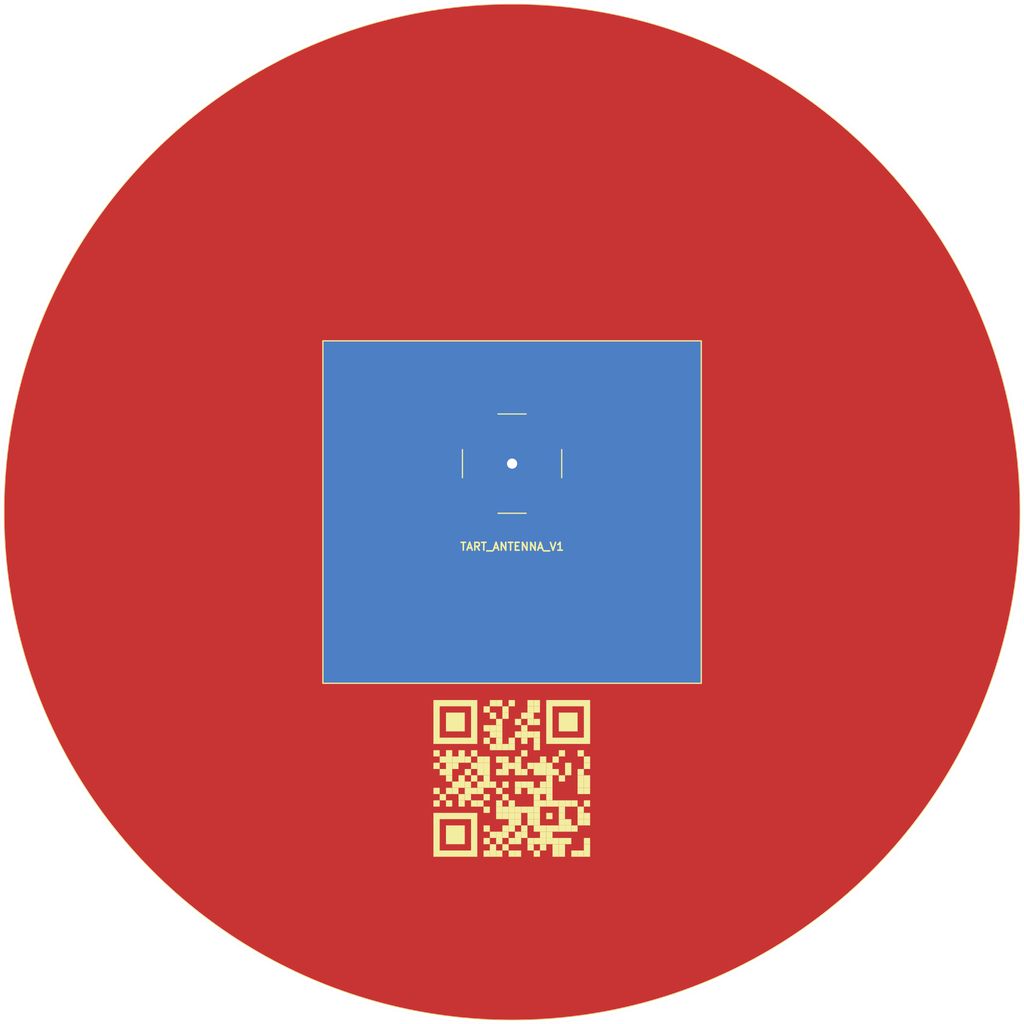
<source format=kicad_pcb>
(kicad_pcb (version 20240108) (generator "pcbnew") (generator_version "8.0")
  (title_block (title "TART_Passive_Patch_Antenna_V1") (date "2024-08-02") (company "Rikus Human"))
  (layers (0 "F.Cu" signal) (31 "B.Cu" signal) (34 "B.Paste" user) (35 "F.Paste" user) (36 "B.SilkS" user "B.Silkscreen") (37 "F.SilkS" user "F.Silkscreen") (38 "B.Mask" user) (39 "F.Mask" user) (44 "Edge.Cuts" user))
  (net 0 "")
  (net 1 "GND")
  (net 2 "/patch_element")
  (footprint "1_my_custom_lib:HJ Tech HJ-9ABL2-026" (layer "F.Cu") (at 100 93.8)
    (property "Reference" "J1" (hide yes))
    (property "Value" "Conn_Coaxial_Small")
    (fp_line (start -6.35 -1.8) (end -6.35 1.8) (stroke (width 0.16)) (layer "F.SilkS"))
    (fp_line (start -1.8 -6.35) (end 1.8 -6.35) (stroke (width 0.16)) (layer "F.SilkS"))
    (fp_line (start -1.8 6.35) (end 1.8 6.35) (stroke (width 0.16)) (layer "F.SilkS"))
    (fp_line (start 6.35 -1.8) (end 6.35 1.8) (stroke (width 0.16)) (layer "F.SilkS"))
    (pad "1" thru_hole circle (at 0 0) (size 2 2) (drill 1.3) (layers "*.Cu" "*.Mask") (net 2 "/patch_element"))
    (pad "2" smd circle (at -4.4 -4.4) (size 2.6 2.6) (layers "F.Cu" "F.Paste" "F.Mask") (net 1 "GND") (thermal_bridge_width 0.19))
    (pad "2" smd circle (at -4.4 4.4) (size 2.6 2.6) (layers "F.Cu" "F.Paste" "F.Mask") (net 1 "GND") (thermal_bridge_width 0.19))
    (pad "2" smd circle (at 4.4 -4.4) (size 2.6 2.6) (layers "F.Cu" "F.Paste" "F.Mask") (net 1 "GND") (thermal_bridge_width 0.19))
    (pad "2" smd circle (at 4.4 4.4) (size 2.6 2.6) (layers "F.Cu" "F.Paste" "F.Mask") (net 1 "GND") (thermal_bridge_width 0.19))
    (zone (net 0) (net_name "") (layer "F.Cu") (connect_pads (clearance 0)) (min_thickness 0.25)
      (keepout (tracks allowed) (vias allowed) (pads allowed) (copperpour not_allowed) (footprints allowed))
      (fill (thermal_gap 0.5) (thermal_bridge_width 0.5))
      (polygon (pts (xy 101.910497 93.8) (xy 101.891051 93.528108) (xy 101.833108 93.261751) (xy 101.737849 93.006351) (xy 101.607212 92.767107) (xy 101.443857 92.548891) (xy 101.251109 92.356143) (xy 101.032893 92.192788) (xy 100.793649 92.062151) (xy 100.538249 91.966892) (xy 100.271892 91.908949) (xy 100 91.889503) (xy 99.728108 91.908949) (xy 99.461751 91.966892) (xy 99.206351 92.062151) (xy 98.967107 92.192788) (xy 98.748891 92.356143) (xy 98.556143 92.548891) (xy 98.392788 92.767107) (xy 98.262151 93.006351) (xy 98.166892 93.261751) (xy 98.108949 93.528108) (xy 98.089503 93.8) (xy 98.108949 94.071892) (xy 98.166892 94.338249) (xy 98.262151 94.593649) (xy 98.392788 94.832893) (xy 98.556143 95.051109) (xy 98.748891 95.243857) (xy 98.967107 95.407212) (xy 99.206351 95.537849) (xy 99.461751 95.633108) (xy 99.728108 95.691051) (xy 100 95.710497) (xy 100.271892 95.691051) (xy 100.538249 95.633108) (xy 100.793649 95.537849) (xy 101.032893 95.407212) (xy 101.251109 95.243857) (xy 101.443857 95.051109) (xy 101.607212 94.832893) (xy 101.737849 94.593649) (xy 101.833108 94.338249) (xy 101.891051 94.071892)))
    )
  )
  (gr_poly (pts (xy 100.361213 124.845858) (xy 99.559444 124.845858) (xy 99.559444 124.044091) (xy 100.361213 124.044091)) (stroke (width -0.000001)) (fill solid) (layer "F.SilkS"))
  (gr_poly (pts (xy 93.947071 132.061767) (xy 93.145303 132.061767) (xy 93.145303 131.26) (xy 93.947071 131.26)) (stroke (width -0.000001)) (fill solid) (layer "F.SilkS"))
  (gr_poly (pts (xy 109.982424 132.863534) (xy 109.180655 132.863534) (xy 109.180655 132.061767) (xy 109.982424 132.061767)) (stroke (width -0.000001)) (fill solid) (layer "F.SilkS"))
  (gr_poly (pts (xy 105.171818 136.872373) (xy 104.370051 136.872373) (xy 104.370051 136.070605) (xy 105.171818 136.070605)) (stroke (width -0.000001)) (fill solid) (layer "F.SilkS"))
  (gr_circle (center 100 100) (end 165 100) (stroke (width 0.1)) (fill none) (layer "F.SilkS"))
  (gr_poly (pts (xy 101.964747 128.052929) (xy 101.16298 128.052929) (xy 101.16298 127.251161) (xy 101.964747 127.251161)) (stroke (width -0.000001)) (fill solid) (layer "F.SilkS"))
  (gr_poly (pts (xy 107.577121 140.079444) (xy 106.775353 140.079444) (xy 106.775353 139.277676) (xy 107.577121 139.277676)) (stroke (width -0.000001)) (fill solid) (layer "F.SilkS"))
  (gr_poly (pts (xy 109.180655 133.665302) (xy 108.378888 133.665302) (xy 108.378888 132.863534) (xy 109.180655 132.863534)) (stroke (width -0.000001)) (fill solid) (layer "F.SilkS"))
  (gr_poly (pts (xy 99.559444 141.682979) (xy 98.757676 141.682979) (xy 98.757676 140.881211) (xy 99.559444 140.881211)) (stroke (width -0.000001)) (fill solid) (layer "F.SilkS"))
  (gr_poly (pts (xy 108.378888 140.881211) (xy 107.577121 140.881211) (xy 107.577121 140.079444) (xy 108.378888 140.079444)) (stroke (width -0.000001)) (fill solid) (layer "F.SilkS"))
  (gr_poly (pts (xy 105.973586 133.665302) (xy 105.171818 133.665302) (xy 105.171818 132.863534) (xy 105.973586 132.863534)) (stroke (width -0.000001)) (fill solid) (layer "F.SilkS"))
  (gr_poly (pts (xy 100.361213 142.484746) (xy 99.559444 142.484746) (xy 99.559444 141.682979) (xy 100.361213 141.682979)) (stroke (width -0.000001)) (fill solid) (layer "F.SilkS"))
  (gr_poly (pts (xy 98.757676 129.656464) (xy 97.955909 129.656464) (xy 97.955909 128.854697) (xy 98.757676 128.854697)) (stroke (width -0.000001)) (fill solid) (layer "F.SilkS"))
  (gr_poly (pts (xy 104.370051 141.682979) (xy 103.568282 141.682979) (xy 103.568282 140.881211) (xy 104.370051 140.881211)) (stroke (width -0.000001)) (fill solid) (layer "F.SilkS"))
  (gr_poly (pts (xy 101.964747 141.682979) (xy 101.16298 141.682979) (xy 101.16298 140.881211) (xy 101.964747 140.881211)) (stroke (width -0.000001)) (fill solid) (layer "F.SilkS"))
  (gr_poly (pts (xy 93.145303 132.061767) (xy 92.343535 132.061767) (xy 92.343535 131.26) (xy 93.145303 131.26)) (stroke (width -0.000001)) (fill solid) (layer "F.SilkS"))
  (gr_poly (pts (xy 104.370051 143.286513) (xy 103.568282 143.286513) (xy 103.568282 142.484746) (xy 104.370051 142.484746)) (stroke (width -0.000001)) (fill solid) (layer "F.SilkS"))
  (gr_poly (pts (xy 106.775353 142.484746) (xy 105.973586 142.484746) (xy 105.973586 141.682979) (xy 106.775353 141.682979)) (stroke (width -0.000001)) (fill solid) (layer "F.SilkS"))
  (gr_poly (pts (xy 103.568282 137.67414) (xy 102.766515 137.67414) (xy 102.766515 136.872373) (xy 103.568282 136.872373)) (stroke (width -0.000001)) (fill solid) (layer "F.SilkS"))
  (gr_poly (pts (xy 95.550606 137.67414) (xy 94.748839 137.67414) (xy 94.748839 136.872373) (xy 95.550606 136.872373)) (stroke (width -0.000001)) (fill solid) (layer "F.SilkS"))
  (gr_poly (pts (xy 109.982424 137.67414) (xy 109.180655 137.67414) (xy 109.180655 136.872373) (xy 109.982424 136.872373)) (stroke (width -0.000001)) (fill solid) (layer "F.SilkS"))
  (gr_poly (pts (xy 101.16298 135.268838) (xy 100.361213 135.268838) (xy 100.361213 134.467071) (xy 101.16298 134.467071)) (stroke (width -0.000001)) (fill solid) (layer "F.SilkS"))
  (gr_poly (pts (xy 105.973586 132.061767) (xy 105.171818 132.061767) (xy 105.171818 131.26) (xy 105.973586 131.26)) (stroke (width -0.000001)) (fill solid) (layer "F.SilkS"))
  (gr_poly (pts (xy 102.766515 126.449393) (xy 101.964747 126.449393) (xy 101.964747 125.647626) (xy 102.766515 125.647626)) (stroke (width -0.000001)) (fill solid) (layer "F.SilkS"))
  (gr_poly (pts (xy 102.766515 127.251161) (xy 101.964747 127.251161) (xy 101.964747 126.449393) (xy 102.766515 126.449393)) (stroke (width -0.000001)) (fill solid) (layer "F.SilkS"))
  (gr_poly (pts (xy 109.180655 144.088282) (xy 108.378888 144.088282) (xy 108.378888 143.286513) (xy 109.180655 143.286513)) (stroke (width -0.000001)) (fill solid) (layer "F.SilkS"))
  (gr_poly (pts (xy 93.947071 128.052929) (xy 91.541768 128.052929) (xy 91.541768 125.647626) (xy 93.947071 125.647626)) (stroke (width -0.000001)) (fill solid) (layer "F.SilkS"))
  (gr_poly (pts (xy 107.577121 140.881211) (xy 106.775353 140.881211) (xy 106.775353 140.079444) (xy 107.577121 140.079444)) (stroke (width -0.000001)) (fill solid) (layer "F.SilkS"))
  (gr_poly (pts (xy 97.154142 128.052929) (xy 96.352374 128.052929) (xy 96.352374 127.251161) (xy 97.154142 127.251161)) (stroke (width -0.000001)) (fill solid) (layer "F.SilkS"))
  (gr_poly (pts (xy 108.378888 144.088282) (xy 107.577121 144.088282) (xy 107.577121 143.286513) (xy 108.378888 143.286513)) (stroke (width -0.000001)) (fill solid) (layer "F.SilkS"))
  (gr_poly (pts (xy 98.757676 138.475909) (xy 97.955909 138.475909) (xy 97.955909 137.67414) (xy 98.757676 137.67414)) (stroke (width -0.000001)) (fill solid) (layer "F.SilkS"))
  (gr_poly (pts (xy 97.154142 138.475909) (xy 96.352374 138.475909) (xy 96.352374 137.67414) (xy 97.154142 137.67414)) (stroke (width -0.000001)) (fill solid) (layer "F.SilkS"))
  (gr_poly (pts (xy 99.559444 140.881211) (xy 98.757676 140.881211) (xy 98.757676 140.079444) (xy 99.559444 140.079444)) (stroke (width -0.000001)) (fill solid) (layer "F.SilkS"))
  (gr_poly (pts (xy 101.964747 128.854697) (xy 101.16298 128.854697) (xy 101.16298 128.052929) (xy 101.964747 128.052929)) (stroke (width -0.000001)) (fill solid) (layer "F.SilkS"))
  (gr_poly (pts (xy 109.180655 131.26) (xy 108.378888 131.26) (xy 108.378888 130.458232) (xy 109.180655 130.458232)) (stroke (width -0.000001)) (fill solid) (layer "F.SilkS"))
  (gr_poly (pts (xy 97.154142 136.872373) (xy 96.352374 136.872373) (xy 96.352374 136.070605) (xy 97.154142 136.070605)) (stroke (width -0.000001)) (fill solid) (layer "F.SilkS"))
  (gr_poly (pts (xy 100.361213 137.67414) (xy 99.559444 137.67414) (xy 99.559444 136.872373) (xy 100.361213 136.872373)) (stroke (width -0.000001)) (fill solid) (layer "F.SilkS"))
  (gr_poly (pts (xy 105.171818 140.881211) (xy 104.370051 140.881211) (xy 104.370051 140.079444) (xy 105.171818 140.079444)) (stroke (width -0.000001)) (fill solid) (layer "F.SilkS"))
  (gr_poly (pts (xy 106.775353 140.079444) (xy 105.973586 140.079444) (xy 105.973586 139.277676) (xy 106.775353 139.277676)) (stroke (width -0.000001)) (fill solid) (layer "F.SilkS"))
  (gr_poly (pts (xy 93.947071 136.872373) (xy 93.145303 136.872373) (xy 93.145303 136.070605) (xy 93.947071 136.070605)) (stroke (width -0.000001)) (fill solid) (layer "F.SilkS"))
  (gr_poly (pts (xy 104.370051 135.268838) (xy 103.568282 135.268838) (xy 103.568282 134.467071) (xy 104.370051 134.467071)) (stroke (width -0.000001)) (fill solid) (layer "F.SilkS"))
  (gr_poly (pts (xy 109.982424 136.070605) (xy 109.180655 136.070605) (xy 109.180655 135.268838) (xy 109.982424 135.268838)) (stroke (width -0.000001)) (fill solid) (layer "F.SilkS"))
  (gr_poly (pts (xy 99.559444 143.286513) (xy 98.757676 143.286513) (xy 98.757676 142.484746) (xy 99.559444 142.484746)) (stroke (width -0.000001)) (fill solid) (layer "F.SilkS"))
  (gr_poly (pts (xy 102.766515 128.854697) (xy 101.964747 128.854697) (xy 101.964747 128.052929) (xy 102.766515 128.052929)) (stroke (width -0.000001)) (fill solid) (layer "F.SilkS"))
  (gr_poly (pts (xy 97.955909 141.682979) (xy 97.154142 141.682979) (xy 97.154142 140.881211) (xy 97.955909 140.881211)) (stroke (width -0.000001)) (fill solid) (layer "F.SilkS"))
  (gr_poly (pts (xy 106.775353 139.277676) (xy 105.973586 139.277676) (xy 105.973586 138.475909) (xy 106.775353 138.475909)) (stroke (width -0.000001)) (fill solid) (layer "F.SilkS"))
  (gr_poly (pts (xy 101.16298 127.251161) (xy 100.361213 127.251161) (xy 100.361213 126.449393) (xy 101.16298 126.449393)) (stroke (width -0.000001)) (fill solid) (layer "F.SilkS"))
  (gr_poly (pts (xy 97.154142 132.863534) (xy 96.352374 132.863534) (xy 96.352374 132.061767) (xy 97.154142 132.061767)) (stroke (width -0.000001)) (fill solid) (layer "F.SilkS"))
  (gr_poly (pts (xy 103.568282 129.656464) (xy 102.766515 129.656464) (xy 102.766515 128.854697) (xy 103.568282 128.854697)) (stroke (width -0.000001)) (fill solid) (layer "F.SilkS"))
  (gr_poly (pts (xy 106.775353 131.26) (xy 105.973586 131.26) (xy 105.973586 130.458232) (xy 106.775353 130.458232)) (stroke (width -0.000001)) (fill solid) (layer "F.SilkS"))
  (gr_poly (pts (xy 102.766515 135.268838) (xy 101.964747 135.268838) (xy 101.964747 134.467071) (xy 102.766515 134.467071)) (stroke (width -0.000001)) (fill solid) (layer "F.SilkS"))
  (gr_poly (pts (xy 104.370051 142.484746) (xy 103.568282 142.484746) (xy 103.568282 141.682979) (xy 104.370051 141.682979)) (stroke (width -0.000001)) (fill solid) (layer "F.SilkS"))
  (gr_poly (pts (xy 101.964747 126.449393) (xy 101.16298 126.449393) (xy 101.16298 125.647626) (xy 101.964747 125.647626)) (stroke (width -0.000001)) (fill solid) (layer "F.SilkS"))
  (gr_poly (pts (xy 92.343535 132.061767) (xy 91.541768 132.061767) (xy 91.541768 131.26) (xy 92.343535 131.26)) (stroke (width -0.000001)) (fill solid) (layer "F.SilkS"))
  (gr_poly (pts (xy 101.16298 144.088282) (xy 100.361213 144.088282) (xy 100.361213 143.286513) (xy 101.16298 143.286513)) (stroke (width -0.000001)) (fill solid) (layer "F.SilkS"))
  (gr_poly (pts (xy 96.352374 132.863534) (xy 95.550606 132.863534) (xy 95.550606 132.061767) (xy 96.352374 132.061767)) (stroke (width -0.000001)) (fill solid) (layer "F.SilkS"))
  (gr_poly (pts (xy 93.947071 142.484746) (xy 91.541768 142.484746) (xy 91.541768 140.079444) (xy 93.947071 140.079444)) (stroke (width -0.000001)) (fill solid) (layer "F.SilkS"))
  (gr_poly (pts (xy 99.559444 130.458232) (xy 98.757676 130.458232) (xy 98.757676 129.656464) (xy 99.559444 129.656464)) (stroke (width -0.000001)) (fill solid) (layer "F.SilkS"))
  (gr_poly (pts (xy 100.361213 144.088282) (xy 99.559444 144.088282) (xy 99.559444 143.286513) (xy 100.361213 143.286513)) (stroke (width -0.000001)) (fill solid) (layer "F.SilkS"))
  (gr_poly (pts (xy 104.370051 132.863534) (xy 103.568282 132.863534) (xy 103.568282 132.061767) (xy 104.370051 132.061767)) (stroke (width -0.000001)) (fill solid) (layer "F.SilkS"))
  (gr_poly (pts (xy 101.964747 133.665302) (xy 101.16298 133.665302) (xy 101.16298 132.863534) (xy 101.964747 132.863534)) (stroke (width -0.000001)) (fill solid) (layer "F.SilkS"))
  (gr_poly (pts (xy 103.568282 136.872373) (xy 102.766515 136.872373) (xy 102.766515 136.070605) (xy 103.568282 136.070605)) (stroke (width -0.000001)) (fill solid) (layer "F.SilkS"))
  (gr_poly (pts (xy 105.973586 143.286513) (xy 105.171818 143.286513) (xy 105.171818 142.484746) (xy 105.973586 142.484746)) (stroke (width -0.000001)) (fill solid) (layer "F.SilkS"))
  (gr_poly (pts (xy 97.154142 129.656464) (xy 96.352374 129.656464) (xy 96.352374 128.854697) (xy 97.154142 128.854697)) (stroke (width -0.000001)) (fill solid) (layer "F.SilkS"))
  (gr_poly (pts (xy 103.568282 124.845858) (xy 102.766515 124.845858) (xy 102.766515 124.044091) (xy 103.568282 124.044091)) (stroke (width -0.000001)) (fill solid) (layer "F.SilkS"))
  (gr_poly (pts (xy 109.982424 140.079444) (xy 109.180655 140.079444) (xy 109.180655 139.277676) (xy 109.982424 139.277676)) (stroke (width -0.000001)) (fill solid) (layer "F.SilkS"))
  (gr_poly (pts (xy 93.947071 135.268838) (xy 93.145303 135.268838) (xy 93.145303 134.467071) (xy 93.947071 134.467071)) (stroke (width -0.000001)) (fill solid) (layer "F.SilkS"))
  (gr_poly (pts (xy 103.568282 140.881211) (xy 102.766515 140.881211) (xy 102.766515 140.079444) (xy 103.568282 140.079444)) (stroke (width -0.000001)) (fill solid) (layer "F.SilkS"))
  (gr_poly (pts (xy 100.361213 138.475909) (xy 99.559444 138.475909) (xy 99.559444 137.67414) (xy 100.361213 137.67414)) (stroke (width -0.000001)) (fill solid) (layer "F.SilkS"))
  (gr_poly (pts (xy 105.973586 137.67414) (xy 105.171818 137.67414) (xy 105.171818 136.872373) (xy 105.973586 136.872373)) (stroke (width -0.000001)) (fill solid) (layer "F.SilkS"))
  (gr_poly (pts (xy 106.775353 144.088282) (xy 105.973586 144.088282) (xy 105.973586 143.286513) (xy 106.775353 143.286513)) (stroke (width -0.000001)) (fill solid) (layer "F.SilkS"))
  (gr_poly (pts (xy 99.559444 133.665302) (xy 98.757676 133.665302) (xy 98.757676 132.863534) (xy 99.559444 132.863534)) (stroke (width -0.000001)) (fill solid) (layer "F.SilkS"))
  (gr_poly (pts (xy 102.766515 142.484746) (xy 101.964747 142.484746) (xy 101.964747 141.682979) (xy 102.766515 141.682979)) (stroke (width -0.000001)) (fill solid) (layer "F.SilkS"))
  (gr_poly (pts (xy 109.982424 134.467071) (xy 109.180655 134.467071) (xy 109.180655 133.665302) (xy 109.982424 133.665302)) (stroke (width -0.000001)) (fill solid) (layer "F.SilkS"))
  (gr_poly (pts (xy 101.16298 141.682979) (xy 100.361213 141.682979) (xy 100.361213 140.881211) (xy 101.16298 140.881211)) (stroke (width -0.000001)) (fill solid) (layer "F.SilkS"))
  (gr_poly (pts (xy 106.775353 138.475909) (xy 105.973586 138.475909) (xy 105.973586 137.67414) (xy 106.775353 137.67414)) (stroke (width -0.000001)) (fill solid) (layer "F.SilkS"))
  (gr_poly (pts (xy 98.757676 130.458232) (xy 97.955909 130.458232) (xy 97.955909 129.656464) (xy 98.757676 129.656464)) (stroke (width -0.000001)) (fill solid) (layer "F.SilkS"))
  (gr_poly (pts (xy 99.559444 132.863534) (xy 98.757676 132.863534) (xy 98.757676 132.061767) (xy 99.559444 132.061767)) (stroke (width -0.000001)) (fill solid) (layer "F.SilkS"))
  (gr_poly (pts (xy 105.973586 140.881211) (xy 105.171818 140.881211) (xy 105.171818 140.079444) (xy 105.973586 140.079444)) (stroke (width -0.000001)) (fill solid) (layer "F.SilkS"))
  (gr_poly (pts (xy 92.343535 134.467071) (xy 91.541768 134.467071) (xy 91.541768 133.665302) (xy 92.343535 133.665302)) (stroke (width -0.000001)) (fill solid) (layer "F.SilkS"))
  (gr_poly (pts (xy 101.16298 138.475909) (xy 100.361213 138.475909) (xy 100.361213 137.67414) (xy 101.16298 137.67414)) (stroke (width -0.000001)) (fill solid) (layer "F.SilkS"))
  (gr_poly (pts (xy 109.180655 138.475909) (xy 108.378888 138.475909) (xy 108.378888 137.67414) (xy 109.180655 137.67414)) (stroke (width -0.000001)) (fill solid) (layer "F.SilkS"))
  (gr_poly (pts (xy 93.947071 131.26) (xy 93.145303 131.26) (xy 93.145303 130.458232) (xy 93.947071 130.458232)) (stroke (width -0.000001)) (fill solid) (layer "F.SilkS"))
  (gr_poly (pts (xy 98.757676 128.854697) (xy 97.955909 128.854697) (xy 97.955909 128.052929) (xy 98.757676 128.052929)) (stroke (width -0.000001)) (fill solid) (layer "F.SilkS"))
  (gr_poly (pts (xy 102.766515 140.079444) (xy 101.964747 140.079444) (xy 101.964747 139.277676) (xy 102.766515 139.277676)) (stroke (width -0.000001)) (fill solid) (layer "F.SilkS"))
  (gr_poly (pts (xy 102.766515 125.647626) (xy 101.964747 125.647626) (xy 101.964747 124.845858) (xy 102.766515 124.845858)) (stroke (width -0.000001)) (fill solid) (layer "F.SilkS"))
  (gr_poly (pts (xy 101.964747 138.475909) (xy 101.16298 138.475909) (xy 101.16298 137.67414) (xy 101.964747 137.67414)) (stroke (width -0.000001)) (fill solid) (layer "F.SilkS"))
  (gr_poly (pts (xy 103.568282 144.088282) (xy 102.766515 144.088282) (xy 102.766515 143.286513) (xy 103.568282 143.286513)) (stroke (width -0.000001)) (fill solid) (layer "F.SilkS"))
  (gr_poly (pts (xy 97.154142 125.647626) (xy 96.352374 125.647626) (xy 96.352374 124.845858) (xy 97.154142 124.845858)) (stroke (width -0.000001)) (fill solid) (layer "F.SilkS"))
  (gr_poly (pts (xy 97.154142 133.665302) (xy 96.352374 133.665302) (xy 96.352374 132.863534) (xy 97.154142 132.863534)) (stroke (width -0.000001)) (fill solid) (layer "F.SilkS"))
  (gr_poly (pts (xy 104.370051 140.881211) (xy 103.568282 140.881211) (xy 103.568282 140.079444) (xy 104.370051 140.079444)) (stroke (width -0.000001)) (fill solid) (layer "F.SilkS"))
  (gr_poly (pts (xy 91.541768 136.872373) (xy 90.74 136.872373) (xy 90.74 136.070605) (xy 91.541768 136.070605)) (stroke (width -0.000001)) (fill solid) (layer "F.SilkS"))
  (gr_poly (pts (xy 102.766515 138.475909) (xy 101.964747 138.475909) (xy 101.964747 137.67414) (xy 102.766515 137.67414)) (stroke (width -0.000001)) (fill solid) (layer "F.SilkS"))
  (gr_poly (pts (xy 98.757676 136.070605) (xy 97.955909 136.070605) (xy 97.955909 135.268838) (xy 98.757676 135.268838)) (stroke (width -0.000001)) (fill solid) (layer "F.SilkS"))
  (gr_poly (pts (xy 96.352374 136.070605) (xy 95.550606 136.070605) (xy 95.550606 135.268838) (xy 96.352374 135.268838)) (stroke (width -0.000001)) (fill solid) (layer "F.SilkS"))
  (gr_poly (pts (xy 97.154142 140.881211) (xy 96.352374 140.881211) (xy 96.352374 140.079444) (xy 97.154142 140.079444)) (stroke (width -0.000001)) (fill solid) (layer "F.SilkS"))
  (gr_poly (pts (xy 103.568282 133.665302) (xy 102.766515 133.665302) (xy 102.766515 132.863534) (xy 103.568282 132.863534)) (stroke (width -0.000001)) (fill solid) (layer "F.SilkS"))
  (gr_poly (pts (xy 107.577121 132.863534) (xy 106.775353 132.863534) (xy 106.775353 132.061767) (xy 107.577121 132.061767)) (stroke (width -0.000001)) (fill solid) (layer "F.SilkS"))
  (gr_poly (pts (xy 99.559444 139.277676) (xy 98.757676 139.277676) (xy 98.757676 138.475909) (xy 99.559444 138.475909)) (stroke (width -0.000001)) (fill solid) (layer "F.SilkS"))
  (gr_poly (pts (xy 104.370051 133.665302) (xy 103.568282 133.665302) (xy 103.568282 132.863534) (xy 104.370051 132.863534)) (stroke (width -0.000001)) (fill solid) (layer "F.SilkS"))
  (gr_poly (pts (xy 96.352374 135.268838) (xy 95.550606 135.268838) (xy 95.550606 134.467071) (xy 96.352374 134.467071)) (stroke (width -0.000001)) (fill solid) (layer "F.SilkS"))
  (gr_poly (pts (xy 109.982424 144.088282) (xy 109.180655 144.088282) (xy 109.180655 143.286513) (xy 109.982424 143.286513)) (stroke (width -0.000001)) (fill solid) (layer "F.SilkS"))
  (gr_poly (pts (xy 95.550606 129.656464) (xy 89.938233 129.656464) (xy 89.938233 128.854697) (xy 90.74 128.854697) (xy 94.748839 128.854697) (xy 94.748839 124.845858) (xy 90.74 124.845858) (xy 90.74 128.854697) (xy 89.938233 128.854697) (xy 89.938233 124.044091) (xy 95.550606 124.044091)) (stroke (width -0.000001)) (fill solid) (layer "F.SilkS"))
  (gr_poly (pts (xy 99.559444 126.449393) (xy 98.757676 126.449393) (xy 98.757676 125.647626) (xy 99.559444 125.647626)) (stroke (width -0.000001)) (fill solid) (layer "F.SilkS"))
  (gr_poly (pts (xy 92.343535 131.26) (xy 91.541768 131.26) (xy 91.541768 130.458232) (xy 92.343535 130.458232)) (stroke (width -0.000001)) (fill solid) (layer "F.SilkS"))
  (gr_poly (pts (xy 97.154142 134.467071) (xy 96.352374 134.467071) (xy 96.352374 133.665302) (xy 97.154142 133.665302)) (stroke (width -0.000001)) (fill solid) (layer "F.SilkS"))
  (gr_poly (pts (xy 109.982424 143.286513) (xy 109.180655 143.286513) (xy 109.180655 142.484746) (xy 109.982424 142.484746)) (stroke (width -0.000001)) (fill solid) (layer "F.SilkS"))
  (gr_poly (pts (xy 107.577121 142.484746) (xy 106.775353 142.484746) (xy 106.775353 141.682979) (xy 107.577121 141.682979)) (stroke (width -0.000001)) (fill solid) (layer "F.SilkS"))
  (gr_poly (pts (xy 95.550606 144.088282) (xy 89.938233 144.088282) (xy 89.938233 143.286513) (xy 90.74 143.286513) (xy 94.748839 143.286513) (xy 94.748839 139.277676) (xy 90.74 139.277676) (xy 90.74 143.286513) (xy 89.938233 143.286513) (xy 89.938233 138.475909) (xy 95.550606 138.475909)) (stroke (width -0.000001)) (fill solid) (layer "F.SilkS"))
  (gr_poly (pts (xy 105.171818 136.070605) (xy 104.370051 136.070605) (xy 104.370051 135.268838) (xy 105.171818 135.268838)) (stroke (width -0.000001)) (fill solid) (layer "F.SilkS"))
  (gr_poly (pts (xy 97.955909 144.088282) (xy 97.154142 144.088282) (xy 97.154142 143.286513) (xy 97.955909 143.286513)) (stroke (width -0.000001)) (fill solid) (layer "F.SilkS"))
  (gr_poly (pts (xy 102.766515 143.286513) (xy 101.964747 143.286513) (xy 101.964747 142.484746) (xy 102.766515 142.484746)) (stroke (width -0.000001)) (fill solid) (layer "F.SilkS"))
  (gr_poly (pts (xy 104.370051 136.070605) (xy 103.568282 136.070605) (xy 103.568282 135.268838) (xy 104.370051 135.268838)) (stroke (width -0.000001)) (fill solid) (layer "F.SilkS"))
  (gr_poly (pts (xy 105.171818 134.467071) (xy 104.370051 134.467071) (xy 104.370051 133.665302) (xy 105.171818 133.665302)) (stroke (width -0.000001)) (fill solid) (layer "F.SilkS"))
  (gr_poly (pts (xy 96.352374 133.665302) (xy 95.550606 133.665302) (xy 95.550606 132.863534) (xy 96.352374 132.863534)) (stroke (width -0.000001)) (fill solid) (layer "F.SilkS"))
  (gr_poly (pts (xy 97.154142 144.088282) (xy 96.352374 144.088282) (xy 96.352374 143.286513) (xy 97.154142 143.286513)) (stroke (width -0.000001)) (fill solid) (layer "F.SilkS"))
  (gr_poly (pts (xy 101.964747 131.26) (xy 101.16298 131.26) (xy 101.16298 130.458232) (xy 101.964747 130.458232)) (stroke (width -0.000001)) (fill solid) (layer "F.SilkS"))
  (gr_poly (pts (xy 109.982424 139.277676) (xy 109.180655 139.277676) (xy 109.180655 138.475909) (xy 109.982424 138.475909)) (stroke (width -0.000001)) (fill solid) (layer "F.SilkS"))
  (gr_poly (pts (xy 108.378888 128.052929) (xy 105.973586 128.052929) (xy 105.973586 125.647626) (xy 108.378888 125.647626)) (stroke (width -0.000001)) (fill solid) (layer "F.SilkS"))
  (gr_poly (pts (xy 101.16298 132.061767) (xy 100.361213 132.061767) (xy 100.361213 131.26) (xy 101.16298 131.26)) (stroke (width -0.000001)) (fill solid) (layer "F.SilkS"))
  (gr_poly (pts (xy 98.757676 127.251161) (xy 97.955909 127.251161) (xy 97.955909 126.449393) (xy 98.757676 126.449393)) (stroke (width -0.000001)) (fill solid) (layer "F.SilkS"))
  (gr_poly (pts (xy 102.766515 124.845858) (xy 101.964747 124.845858) (xy 101.964747 124.044091) (xy 102.766515 124.044091)) (stroke (width -0.000001)) (fill solid) (layer "F.SilkS"))
  (gr_poly (pts (xy 93.145303 136.070605) (xy 92.343535 136.070605) (xy 92.343535 135.268838) (xy 93.145303 135.268838)) (stroke (width -0.000001)) (fill solid) (layer "F.SilkS"))
  (gr_poly (pts (xy 106.775353 137.67414) (xy 105.973586 137.67414) (xy 105.973586 136.872373) (xy 106.775353 136.872373)) (stroke (width -0.000001)) (fill solid) (layer "F.SilkS"))
  (gr_poly (pts (xy 100.361213 140.881211) (xy 99.559444 140.881211) (xy 99.559444 140.079444) (xy 100.361213 140.079444)) (stroke (width -0.000001)) (fill solid) (layer "F.SilkS"))
  (gr_poly (pts (xy 107.577121 137.67414) (xy 106.775353 137.67414) (xy 106.775353 136.872373) (xy 107.577121 136.872373)) (stroke (width -0.000001)) (fill solid) (layer "F.SilkS"))
  (gr_poly (pts (xy 101.16298 133.665302) (xy 100.361213 133.665302) (xy 100.361213 132.863534) (xy 101.16298 132.863534)) (stroke (width -0.000001)) (fill solid) (layer "F.SilkS"))
  (gr_rect (start 75.8 78.1) (end 124.2 121.9) (stroke (width 0.16)) (fill none) (layer "F.SilkS"))
  (gr_poly (pts (xy 103.568282 132.863534) (xy 102.766515 132.863534) (xy 102.766515 132.061767) (xy 103.568282 132.061767)) (stroke (width -0.000001)) (fill solid) (layer "F.SilkS"))
  (gr_poly (pts (xy 109.982424 142.484746) (xy 109.180655 142.484746) (xy 109.180655 141.682979) (xy 109.982424 141.682979)) (stroke (width -0.000001)) (fill solid) (layer "F.SilkS"))
  (gr_poly (pts (xy 100.361213 139.277676) (xy 99.559444 139.277676) (xy 99.559444 138.475909) (xy 100.361213 138.475909)) (stroke (width -0.000001)) (fill solid) (layer "F.SilkS"))
  (gr_poly (pts (xy 97.154142 132.061767) (xy 96.352374 132.061767) (xy 96.352374 131.26) (xy 97.154142 131.26)) (stroke (width -0.000001)) (fill solid) (layer "F.SilkS"))
  (gr_poly (pts (xy 101.964747 140.881211) (xy 101.16298 140.881211) (xy 101.16298 140.079444) (xy 101.964747 140.079444)) (stroke (width -0.000001)) (fill solid) (layer "F.SilkS"))
  (gr_poly (pts (xy 90.74 131.26) (xy 89.938233 131.26) (xy 89.938233 130.458232) (xy 90.74 130.458232)) (stroke (width -0.000001)) (fill solid) (layer "F.SilkS"))
  (gr_poly (pts (xy 98.757676 144.088282) (xy 97.955909 144.088282) (xy 97.955909 143.286513) (xy 98.757676 143.286513)) (stroke (width -0.000001)) (fill solid) (layer "F.SilkS"))
  (gr_poly (pts (xy 90.74 136.070605) (xy 89.938233 136.070605) (xy 89.938233 135.268838) (xy 90.74 135.268838)) (stroke (width -0.000001)) (fill solid) (layer "F.SilkS"))
  (gr_poly (pts (xy 93.947071 134.467071) (xy 93.145303 134.467071) (xy 93.145303 133.665302) (xy 93.947071 133.665302)) (stroke (width -0.000001)) (fill solid) (layer "F.SilkS"))
  (gr_poly (pts (xy 97.955909 135.268838) (xy 97.154142 135.268838) (xy 97.154142 134.467071) (xy 97.955909 134.467071)) (stroke (width -0.000001)) (fill solid) (layer "F.SilkS"))
  (gr_poly (pts (xy 98.757676 133.665302) (xy 97.955909 133.665302) (xy 97.955909 132.863534) (xy 98.757676 132.863534)) (stroke (width -0.000001)) (fill solid) (layer "F.SilkS"))
  (gr_poly (pts (xy 109.180655 139.277676) (xy 108.378888 139.277676) (xy 108.378888 138.475909) (xy 109.180655 138.475909)) (stroke (width -0.000001)) (fill solid) (layer "F.SilkS"))
  (gr_poly (pts (xy 102.766515 139.277676) (xy 101.964747 139.277676) (xy 101.964747 138.475909) (xy 102.766515 138.475909)) (stroke (width -0.000001)) (fill solid) (layer "F.SilkS"))
  (gr_poly (pts (xy 99.559444 125.647626) (xy 98.757676 125.647626) (xy 98.757676 124.845858) (xy 99.559444 124.845858)) (stroke (width -0.000001)) (fill solid) (layer "F.SilkS"))
  (gr_poly (pts (xy 100.361213 140.079444) (xy 99.559444 140.079444) (xy 99.559444 139.277676) (xy 100.361213 139.277676)) (stroke (width -0.000001)) (fill solid) (layer "F.SilkS"))
  (gr_poly (pts (xy 109.180655 134.467071) (xy 108.378888 134.467071) (xy 108.378888 133.665302) (xy 109.180655 133.665302)) (stroke (width -0.000001)) (fill solid) (layer "F.SilkS"))
  (gr_poly (pts (xy 104.370051 132.061767) (xy 103.568282 132.061767) (xy 103.568282 131.26) (xy 104.370051 131.26)) (stroke (width -0.000001)) (fill solid) (layer "F.SilkS"))
  (gr_poly (pts (xy 105.171818 132.863534) (xy 104.370051 132.863534) (xy 104.370051 132.061767) (xy 105.171818 132.061767)) (stroke (width -0.000001)) (fill solid) (layer "F.SilkS"))
  (gr_poly (pts (xy 104.370051 137.67414) (xy 103.568282 137.67414) (xy 103.568282 136.872373) (xy 104.370051 136.872373)) (stroke (width -0.000001)) (fill solid) (layer "F.SilkS"))
  (gr_poly (pts (xy 98.757676 124.845858) (xy 97.955909 124.845858) (xy 97.955909 124.044091) (xy 98.757676 124.044091)) (stroke (width -0.000001)) (fill solid) (layer "F.SilkS"))
  (gr_poly (pts (xy 105.171818 141.682979) (xy 104.370051 141.682979) (xy 104.370051 140.881211) (xy 105.171818 140.881211)) (stroke (width -0.000001)) (fill solid) (layer "F.SilkS"))
  (gr_poly (pts (xy 97.955909 128.854697) (xy 97.154142 128.854697) (xy 97.154142 128.052929) (xy 97.955909 128.052929)) (stroke (width -0.000001)) (fill solid) (layer "F.SilkS"))
  (gr_poly (pts (xy 103.568282 125.647626) (xy 102.766515 125.647626) (xy 102.766515 124.845858) (xy 103.568282 124.845858)) (stroke (width -0.000001)) (fill solid) (layer "F.SilkS"))
  (gr_poly (pts (xy 97.955909 143.286513) (xy 97.154142 143.286513) (xy 97.154142 142.484746) (xy 97.955909 142.484746)) (stroke (width -0.000001)) (fill solid) (layer "F.SilkS"))
  (gr_poly (pts (xy 105.171818 142.484746) (xy 104.370051 142.484746) (xy 104.370051 141.682979) (xy 105.171818 141.682979)) (stroke (width -0.000001)) (fill solid) (layer "F.SilkS"))
  (gr_poly (pts (xy 101.964747 135.268838) (xy 101.16298 135.268838) (xy 101.16298 134.467071) (xy 101.964747 134.467071)) (stroke (width -0.000001)) (fill solid) (layer "F.SilkS"))
  (gr_poly (pts (xy 97.955909 128.052929) (xy 97.154142 128.052929) (xy 97.154142 127.251161) (xy 97.955909 127.251161)) (stroke (width -0.000001)) (fill solid) (layer "F.SilkS"))
  (gr_poly (pts (xy 109.180655 135.268838) (xy 108.378888 135.268838) (xy 108.378888 134.467071) (xy 109.180655 134.467071)) (stroke (width -0.000001)) (fill solid) (layer "F.SilkS"))
  (gr_poly (pts (xy 93.145303 132.863534) (xy 92.343535 132.863534) (xy 92.343535 132.061767) (xy 93.145303 132.061767)) (stroke (width -0.000001)) (fill solid) (layer "F.SilkS"))
  (gr_poly (pts (xy 103.568282 142.484746) (xy 102.766515 142.484746) (xy 102.766515 141.682979) (xy 103.568282 141.682979)) (stroke (width -0.000001)) (fill solid) (layer "F.SilkS"))
  (gr_poly (pts (xy 103.568282 138.475909) (xy 102.766515 138.475909) (xy 102.766515 137.67414) (xy 103.568282 137.67414)) (stroke (width -0.000001)) (fill solid) (layer "F.SilkS"))
  (gr_poly (pts (xy 95.550606 131.26) (xy 94.748839 131.26) (xy 94.748839 130.458232) (xy 95.550606 130.458232)) (stroke (width -0.000001)) (fill solid) (layer "F.SilkS"))
  (gr_poly (pts (xy 105.171818 137.67414) (xy 104.370051 137.67414) (xy 104.370051 136.872373) (xy 105.171818 136.872373)) (stroke (width -0.000001)) (fill solid) (layer "F.SilkS"))
  (gr_poly (pts (xy 94.748839 133.665302) (xy 93.947071 133.665302) (xy 93.947071 132.863534) (xy 94.748839 132.863534)) (stroke (width -0.000001)) (fill solid) (layer "F.SilkS"))
  (gr_poly (pts (xy 101.16298 139.277676) (xy 100.361213 139.277676) (xy 100.361213 138.475909) (xy 101.16298 138.475909)) (stroke (width -0.000001)) (fill solid) (layer "F.SilkS"))
  (gr_poly (pts (xy 100.361213 132.863534) (xy 99.559444 132.863534) (xy 99.559444 132.061767) (xy 100.361213 132.061767)) (stroke (width -0.000001)) (fill solid) (layer "F.SilkS"))
  (gr_poly (pts (xy 100.361213 130.458232) (xy 99.559444 130.458232) (xy 99.559444 129.656464) (xy 100.361213 129.656464)) (stroke (width -0.000001)) (fill solid) (layer "F.SilkS"))
  (gr_poly (pts (xy 105.171818 135.268838) (xy 104.370051 135.268838) (xy 104.370051 134.467071) (xy 105.171818 134.467071)) (stroke (width -0.000001)) (fill solid) (layer "F.SilkS"))
  (gr_poly (pts (xy 102.766515 136.070605) (xy 101.964747 136.070605) (xy 101.964747 135.268838) (xy 102.766515 135.268838)) (stroke (width -0.000001)) (fill solid) (layer "F.SilkS"))
  (gr_poly (pts (xy 106.775353 134.467071) (xy 105.973586 134.467071) (xy 105.973586 133.665302) (xy 106.775353 133.665302)) (stroke (width -0.000001)) (fill solid) (layer "F.SilkS"))
  (gr_poly (pts (xy 97.955909 124.845858) (xy 97.154142 124.845858) (xy 97.154142 124.044091) (xy 97.955909 124.044091)) (stroke (width -0.000001)) (fill solid) (layer "F.SilkS"))
  (gr_poly (pts (xy 103.568282 130.458232) (xy 102.766515 130.458232) (xy 102.766515 129.656464) (xy 103.568282 129.656464)) (stroke (width -0.000001)) (fill solid) (layer "F.SilkS"))
  (gr_poly (pts (xy 98.757676 128.052929) (xy 97.955909 128.052929) (xy 97.955909 127.251161) (xy 98.757676 127.251161)) (stroke (width -0.000001)) (fill solid) (layer "F.SilkS"))
  (gr_poly (pts (xy 101.16298 132.863534) (xy 100.361213 132.863534) (xy 100.361213 132.061767) (xy 101.16298 132.061767)) (stroke (width -0.000001)) (fill solid) (layer "F.SilkS"))
  (gr_poly (pts (xy 90.74 137.67414) (xy 89.938233 137.67414) (xy 89.938233 136.872373) (xy 90.74 136.872373)) (stroke (width -0.000001)) (fill solid) (layer "F.SilkS"))
  (gr_poly (pts (xy 109.180655 140.079444) (xy 108.378888 140.079444) (xy 108.378888 139.277676) (xy 109.180655 139.277676)) (stroke (width -0.000001)) (fill solid) (layer "F.SilkS"))
  (gr_poly (pts (xy 95.550606 136.070605) (xy 94.748839 136.070605) (xy 94.748839 135.268838) (xy 95.550606 135.268838)) (stroke (width -0.000001)) (fill solid) (layer "F.SilkS"))
  (gr_poly (pts (xy 94.748839 132.061767) (xy 93.947071 132.061767) (xy 93.947071 131.26) (xy 94.748839 131.26)) (stroke (width -0.000001)) (fill solid) (layer "F.SilkS"))
  (gr_poly (pts (xy 109.180655 136.070605) (xy 108.378888 136.070605) (xy 108.378888 135.268838) (xy 109.180655 135.268838)) (stroke (width -0.000001)) (fill solid) (layer "F.SilkS"))
  (gr_poly (pts (xy 103.568282 127.251161) (xy 102.766515 127.251161) (xy 102.766515 126.449393) (xy 103.568282 126.449393)) (stroke (width -0.000001)) (fill solid) (layer "F.SilkS"))
  (gr_poly (pts (xy 101.16298 128.854697) (xy 100.361213 128.854697) (xy 100.361213 128.052929) (xy 101.16298 128.052929)) (stroke (width -0.000001)) (fill solid) (layer "F.SilkS"))
  (gr_poly (pts (xy 94.748839 136.872373) (xy 93.947071 136.872373) (xy 93.947071 136.070605) (xy 94.748839 136.070605)) (stroke (width -0.000001)) (fill solid) (layer "F.SilkS"))
  (gr_poly (pts (xy 107.577121 133.665302) (xy 106.775353 133.665302) (xy 106.775353 132.863534) (xy 107.577121 132.863534)) (stroke (width -0.000001)) (fill solid) (layer "F.SilkS"))
  (gr_poly (pts (xy 99.559444 132.061767) (xy 98.757676 132.061767) (xy 98.757676 131.26) (xy 99.559444 131.26)) (stroke (width -0.000001)) (fill solid) (layer "F.SilkS"))
  (gr_poly (pts (xy 98.757676 132.061767) (xy 97.955909 132.061767) (xy 97.955909 131.26) (xy 98.757676 131.26)) (stroke (width -0.000001)) (fill solid) (layer "F.SilkS"))
  (gr_poly (pts (xy 95.550606 132.863534) (xy 94.748839 132.863534) (xy 94.748839 132.061767) (xy 95.550606 132.061767)) (stroke (width -0.000001)) (fill solid) (layer "F.SilkS"))
  (gr_poly (pts (xy 93.145303 135.268838) (xy 92.343535 135.268838) (xy 92.343535 134.467071) (xy 93.145303 134.467071)) (stroke (width -0.000001)) (fill solid) (layer "F.SilkS"))
  (gr_poly (pts (xy 92.343535 133.665302) (xy 91.541768 133.665302) (xy 91.541768 132.863534) (xy 92.343535 132.863534)) (stroke (width -0.000001)) (fill solid) (layer "F.SilkS"))
  (gr_poly (pts (xy 106.775353 140.881211) (xy 105.973586 140.881211) (xy 105.973586 140.079444) (xy 106.775353 140.079444)) (stroke (width -0.000001)) (fill solid) (layer "F.SilkS"))
  (gr_poly (pts (xy 105.171818 139.277676) (xy 104.370051 139.277676) (xy 104.370051 138.475909) (xy 105.171818 138.475909)) (stroke (width -0.000001)) (fill solid) (layer "F.SilkS"))
  (gr_poly (pts (xy 101.16298 142.484746) (xy 100.361213 142.484746) (xy 100.361213 141.682979) (xy 101.16298 141.682979)) (stroke (width -0.000001)) (fill solid) (layer "F.SilkS"))
  (gr_poly (pts (xy 96.352374 137.67414) (xy 95.550606 137.67414) (xy 95.550606 136.872373) (xy 96.352374 136.872373)) (stroke (width -0.000001)) (fill solid) (layer "F.SilkS"))
  (gr_poly (pts (xy 109.982424 129.656464) (xy 104.370051 129.656464) (xy 104.370051 128.854697) (xy 105.171818 128.854697) (xy 109.180655 128.854697) (xy 109.180655 124.845858) (xy 105.171818 124.845858) (xy 105.171818 128.854697) (xy 104.370051 128.854697) (xy 104.370051 124.044091) (xy 109.982424 124.044091)) (stroke (width -0.000001)) (fill solid) (layer "F.SilkS"))
  (gr_poly (pts (xy 103.568282 136.070605) (xy 102.766515 136.070605) (xy 102.766515 135.268838) (xy 103.568282 135.268838)) (stroke (width -0.000001)) (fill solid) (layer "F.SilkS"))
  (gr_poly (pts (xy 97.154142 135.268838) (xy 96.352374 135.268838) (xy 96.352374 134.467071) (xy 97.154142 134.467071)) (stroke (width -0.000001)) (fill solid) (layer "F.SilkS"))
  (gr_poly (pts (xy 105.973586 142.484746) (xy 105.171818 142.484746) (xy 105.171818 141.682979) (xy 105.973586 141.682979)) (stroke (width -0.000001)) (fill solid) (layer "F.SilkS"))
  (gr_poly (pts (xy 103.568282 140.079444) (xy 102.766515 140.079444) (xy 102.766515 139.277676) (xy 103.568282 139.277676)) (stroke (width -0.000001)) (fill solid) (layer "F.SilkS"))
  (gr_poly (pts (xy 106.775353 143.286513) (xy 105.973586 143.286513) (xy 105.973586 142.484746) (xy 106.775353 142.484746)) (stroke (width -0.000001)) (fill solid) (layer "F.SilkS"))
  (gr_poly (pts (xy 98.757676 142.484746) (xy 97.955909 142.484746) (xy 97.955909 141.682979) (xy 98.757676 141.682979)) (stroke (width -0.000001)) (fill solid) (layer "F.SilkS"))
  (gr_poly (pts (xy 101.16298 136.070605) (xy 100.361213 136.070605) (xy 100.361213 135.268838) (xy 101.16298 135.268838)) (stroke (width -0.000001)) (fill solid) (layer "F.SilkS"))
  (gr_poly (pts (xy 109.982424 135.268838) (xy 109.180655 135.268838) (xy 109.180655 134.467071) (xy 109.982424 134.467071)) (stroke (width -0.000001)) (fill solid) (layer "F.SilkS"))
  (gr_poly (pts (xy 103.568282 128.854697) (xy 102.766515 128.854697) (xy 102.766515 128.052929) (xy 103.568282 128.052929)) (stroke (width -0.000001)) (fill solid) (layer "F.SilkS"))
  (gr_poly (pts (xy 92.343535 136.070605) (xy 91.541768 136.070605) (xy 91.541768 135.268838) (xy 92.343535 135.268838)) (stroke (width -0.000001)) (fill solid) (layer "F.SilkS"))
  (gr_poly (pts (xy 92.343535 132.863534) (xy 91.541768 132.863534) (xy 91.541768 132.061767) (xy 92.343535 132.061767)) (stroke (width -0.000001)) (fill solid) (layer "F.SilkS"))
  (gr_poly (pts (xy 97.955909 126.449393) (xy 97.154142 126.449393) (xy 97.154142 125.647626) (xy 97.955909 125.647626)) (stroke (width -0.000001)) (fill solid) (layer "F.SilkS"))
  (gr_poly (pts (xy 98.757676 139.277676) (xy 97.955909 139.277676) (xy 97.955909 138.475909) (xy 98.757676 138.475909)) (stroke (width -0.000001)) (fill solid) (layer "F.SilkS"))
  (gr_poly (pts (xy 94.748839 135.268838) (xy 93.947071 135.268838) (xy 93.947071 134.467071) (xy 94.748839 134.467071)) (stroke (width -0.000001)) (fill solid) (layer "F.SilkS"))
  (gr_poly (pts (xy 99.559444 138.475909) (xy 98.757676 138.475909) (xy 98.757676 137.67414) (xy 99.559444 137.67414)) (stroke (width -0.000001)) (fill solid) (layer "F.SilkS"))
  (gr_poly (pts (xy 92.343535 137.67414) (xy 91.541768 137.67414) (xy 91.541768 136.872373) (xy 92.343535 136.872373)) (stroke (width -0.000001)) (fill solid) (layer "F.SilkS"))
  (gr_poly (pts (xy 100.361213 129.656464) (xy 99.559444 129.656464) (xy 99.559444 128.854697) (xy 100.361213 128.854697)) (stroke (width -0.000001)) (fill solid) (layer "F.SilkS"))
  (gr_poly (pts (xy 105.171818 133.665302) (xy 104.370051 133.665302) (xy 104.370051 132.863534) (xy 105.171818 132.863534)) (stroke (width -0.000001)) (fill solid) (layer "F.SilkS"))
  (gr_poly (pts (xy 99.559444 135.268838) (xy 98.757676 135.268838) (xy 98.757676 134.467071) (xy 99.559444 134.467071)) (stroke (width -0.000001)) (fill solid) (layer "F.SilkS"))
  (gr_poly (pts (xy 98.757676 141.682979) (xy 97.955909 141.682979) (xy 97.955909 140.881211) (xy 98.757676 140.881211)) (stroke (width -0.000001)) (fill solid) (layer "F.SilkS"))
  (gr_poly (pts (xy 98.757676 137.67414) (xy 97.955909 137.67414) (xy 97.955909 136.872373) (xy 98.757676 136.872373)) (stroke (width -0.000001)) (fill solid) (layer "F.SilkS"))
  (gr_poly (pts (xy 99.559444 136.872373) (xy 98.757676 136.872373) (xy 98.757676 136.070605) (xy 99.559444 136.070605)) (stroke (width -0.000001)) (fill solid) (layer "F.SilkS"))
  (gr_poly (pts (xy 101.16298 140.079444) (xy 100.361213 140.079444) (xy 100.361213 139.277676) (xy 101.16298 139.277676)) (stroke (width -0.000001)) (fill solid) (layer "F.SilkS"))
  (gr_poly (pts (xy 91.541768 132.061767) (xy 90.74 132.061767) (xy 90.74 131.26) (xy 91.541768 131.26)) (stroke (width -0.000001)) (fill solid) (layer "F.SilkS"))
  (gr_poly (pts (xy 94.748839 136.070605) (xy 93.947071 136.070605) (xy 93.947071 135.268838) (xy 94.748839 135.268838)) (stroke (width -0.000001)) (fill solid) (layer "F.SilkS"))
  (gr_poly (pts (xy 101.964747 129.656464) (xy 101.16298 129.656464) (xy 101.16298 128.854697) (xy 101.964747 128.854697)) (stroke (width -0.000001)) (fill solid) (layer "F.SilkS"))
  (gr_poly (pts (xy 93.947071 137.67414) (xy 93.145303 137.67414) (xy 93.145303 136.872373) (xy 93.947071 136.872373)) (stroke (width -0.000001)) (fill solid) (layer "F.SilkS"))
  (gr_poly (pts (xy 109.982424 132.061767) (xy 109.180655 132.061767) (xy 109.180655 131.26) (xy 109.982424 131.26)) (stroke (width -0.000001)) (fill solid) (layer "F.SilkS"))
  (gr_poly (pts (xy 96.352374 132.061767) (xy 95.550606 132.061767) (xy 95.550606 131.26) (xy 96.352374 131.26)) (stroke (width -0.000001)) (fill solid) (layer "F.SilkS"))
  (gr_poly (pts (xy 95.550606 134.467071) (xy 94.748839 134.467071) (xy 94.748839 133.665302) (xy 95.550606 133.665302)) (stroke (width -0.000001)) (fill solid) (layer "F.SilkS"))
  (gr_poly (pts (xy 97.154142 142.484746) (xy 96.352374 142.484746) (xy 96.352374 141.682979) (xy 97.154142 141.682979)) (stroke (width -0.000001)) (fill solid) (layer "F.SilkS"))
  (gr_poly (pts (xy 102.766515 132.863534) (xy 101.964747 132.863534) (xy 101.964747 132.061767) (xy 102.766515 132.061767)) (stroke (width -0.000001)) (fill solid) (layer "F.SilkS"))
  (gr_poly (pts (xy 91.541768 133.665302) (xy 90.74 133.665302) (xy 90.74 132.863534) (xy 91.541768 132.863534)) (stroke (width -0.000001)) (fill solid) (layer "F.SilkS"))
  (gr_poly (pts (xy 108.378888 137.67414) (xy 107.577121 137.67414) (xy 107.577121 136.872373) (xy 108.378888 136.872373)) (stroke (width -0.000001)) (fill solid) (layer "F.SilkS"))
  (gr_poly (pts (xy 97.955909 130.458232) (xy 97.154142 130.458232) (xy 97.154142 129.656464) (xy 97.955909 129.656464)) (stroke (width -0.000001)) (fill solid) (layer "F.SilkS"))
  (gr_poly (pts (xy 105.973586 144.088282) (xy 105.171818 144.088282) (xy 105.171818 143.286513) (xy 105.973586 143.286513)) (stroke (width -0.000001)) (fill solid) (layer "F.SilkS"))
  (gr_poly (pts (xy 103.568282 139.277676) (xy 102.766515 139.277676) (xy 102.766515 138.475909) (xy 103.568282 138.475909)) (stroke (width -0.000001)) (fill solid) (layer "F.SilkS"))
  (gr_poly (pts (xy 90.74 132.863534) (xy 89.938233 132.863534) (xy 89.938233 132.061767) (xy 90.74 132.061767)) (stroke (width -0.000001)) (fill solid) (layer "F.SilkS"))
  (gr_circle (center 100 100) (end 165.5 100) (stroke (width 0.01)) (fill none) (layer "Edge.Cuts"))
  (gr_text "TART_ANTENNA_V1" (at 100 105 0) (layer "F.SilkS") (effects (font (size 1 1) (thickness 0.2) (bold yes)) (justify bottom)))
  (zone (net 1) (net_name "GND") (layer "F.Cu") (connect_pads yes (clearance 0)) (min_thickness 0.01) (fill yes (thermal_gap 0.01) (thermal_bridge_width 0.01))
    (polygon (pts (xy 165 100) (xy 164.980114 98.392262) (xy 164.920467 96.785508) (xy 164.821096 95.180721) (xy 164.682063 93.578883) (xy 164.503451 91.980974) (xy 164.285371 90.387971) (xy 164.027955 88.80085) (xy 163.731362 87.220581) (xy 163.395772 85.648132) (xy 163.021391 84.084465) (xy 162.608449 82.530536) (xy 162.157197 80.987297) (xy 161.667912 79.455691) (xy 161.140893 77.936656) (xy 160.576464 76.431121) (xy 159.974968 74.940008) (xy 159.336775 73.464228) (xy 158.662274 72.004685) (xy 157.951878 70.562273) (xy 157.206023 69.137872) (xy 156.425164 67.732356) (xy 155.60978 66.346584) (xy 154.760368 64.981404) (xy 153.87745 63.637651) (xy 152.961565 62.316148) (xy 152.013273 61.017703) (xy 151.033155 59.743111) (xy 150.021811 58.493152) (xy 148.979859 57.26859) (xy 147.907937 56.070174) (xy 146.806701 54.898639) (xy 145.676824 53.7547) (xy 144.518999 52.639059) (xy 143.333933 51.552397) (xy 142.122351 50.495379) (xy 140.884996 49.468652) (xy 139.622623 48.472845) (xy 138.336006 47.508566) (xy 137.025932 46.576406) (xy 135.693202 45.676936) (xy 134.338632 44.810705) (xy 132.963051 43.978243) (xy 131.5673 43.18006) (xy 130.152234 42.416645) (xy 128.718718 41.688464) (xy 127.267629 40.995963) (xy 125.799856 40.339565) (xy 124.316296 39.719673) (xy 122.817857 39.136666) (xy 121.305456 38.5909) (xy 119.780019 38.08271) (xy 118.242479 37.612405) (xy 116.693776 37.180275) (xy 115.134859 36.786583) (xy 113.566681 36.431571) (xy 111.990201 36.115455) (xy 110.406386 35.838429) (xy 108.816202 35.600663) (xy 107.220624 35.402302) (xy 105.620628 35.243467) (xy 104.017193 35.124256) (xy 102.411299 35.044741) (xy 100.80393 35.004972) (xy 99.19607 35.004972) (xy 97.588701 35.044741) (xy 95.982807 35.124256) (xy 94.379372 35.243467) (xy 92.779376 35.402302) (xy 91.183798 35.600663) (xy 89.593614 35.838429) (xy 88.009799 36.115455) (xy 86.433319 36.431571) (xy 84.865141 36.786583) (xy 83.306224 37.180275) (xy 81.757521 37.612405) (xy 80.219981 38.08271) (xy 78.694544 38.5909) (xy 77.182143 39.136666) (xy 75.683704 39.719673) (xy 74.200144 40.339565) (xy 72.732371 40.995963) (xy 71.281282 41.688464) (xy 69.847766 42.416645) (xy 68.4327 43.18006) (xy 67.036949 43.978243) (xy 65.661368 44.810705) (xy 64.306798 45.676936) (xy 62.974068 46.576406) (xy 61.663994 47.508566) (xy 60.377377 48.472845) (xy 59.115004 49.468652) (xy 57.877649 50.495379) (xy 56.666067 51.552397) (xy 55.481001 52.639059) (xy 54.323176 53.7547) (xy 53.193299 54.898639) (xy 52.092063 56.070174) (xy 51.020141 57.26859) (xy 49.978189 58.493152) (xy 48.966845 59.743111) (xy 47.986727 61.017703) (xy 47.038435 62.316148) (xy 46.12255 63.637651) (xy 45.239632 64.981404) (xy 44.39022 66.346584) (xy 43.574836 67.732356) (xy 42.793977 69.137872) (xy 42.048122 70.562273) (xy 41.337726 72.004685) (xy 40.663225 73.464228) (xy 40.025032 74.940008) (xy 39.423536 76.431121) (xy 38.859107 77.936656) (xy 38.332088 79.455691) (xy 37.842803 80.987297) (xy 37.391551 82.530536) (xy 36.978609 84.084465) (xy 36.604228 85.648132) (xy 36.268638 87.220581) (xy 35.972045 88.80085) (xy 35.714629 90.387971) (xy 35.496549 91.980974) (xy 35.317937 93.578883) (xy 35.178904 95.180721) (xy 35.079533 96.785508) (xy 35.019886 98.392262) (xy 35 100) (xy 35.019886 101.607738) (xy 35.079533 103.214492) (xy 35.178904 104.819279) (xy 35.317937 106.421117) (xy 35.496549 108.019026) (xy 35.714629 109.612029) (xy 35.972045 111.19915) (xy 36.268638 112.779419) (xy 36.604228 114.351868) (xy 36.978609 115.915535) (xy 37.391551 117.469464) (xy 37.842803 119.012703) (xy 38.332088 120.544309) (xy 38.859107 122.063344) (xy 39.423536 123.568879) (xy 40.025032 125.059992) (xy 40.663225 126.535772) (xy 41.337726 127.995315) (xy 42.048122 129.437727) (xy 42.793977 130.862128) (xy 43.574836 132.267644) (xy 44.39022 133.653416) (xy 45.239632 135.018596) (xy 46.12255 136.362349) (xy 47.038435 137.683852) (xy 47.986727 138.982297) (xy 48.966845 140.256889) (xy 49.978189 141.506848) (xy 51.020141 142.73141) (xy 52.092063 143.929826) (xy 53.193299 145.101361) (xy 54.323176 146.2453) (xy 55.481001 147.360941) (xy 56.666067 148.447603) (xy 57.877649 149.504621) (xy 59.115004 150.531348) (xy 60.377377 151.527155) (xy 61.663994 152.491434) (xy 62.974068 153.423594) (xy 64.306798 154.323064) (xy 65.661368 155.189295) (xy 67.036949 156.021757) (xy 68.4327 156.81994) (xy 69.847766 157.583355) (xy 71.281282 158.311536) (xy 72.732371 159.004037) (xy 74.200144 159.660435) (xy 75.683704 160.280327) (xy 77.182143 160.863334) (xy 78.694544 161.4091) (xy 80.219981 161.91729) (xy 81.757521 162.387595) (xy 83.306224 162.819725) (xy 84.865141 163.213417) (xy 86.433319 163.568429) (xy 88.009799 163.884545) (xy 89.593614 164.161571) (xy 91.183798 164.399337) (xy 92.779376 164.597698) (xy 94.379372 164.756533) (xy 95.982807 164.875744) (xy 97.588701 164.955259) (xy 99.19607 164.995028) (xy 100.80393 164.995028) (xy 102.411299 164.955259) (xy 104.017193 164.875744) (xy 105.620628 164.756533) (xy 107.220624 164.597698) (xy 108.816202 164.399337) (xy 110.406386 164.161571) (xy 111.990201 163.884545) (xy 113.566681 163.568429) (xy 115.134859 163.213417) (xy 116.693776 162.819725) (xy 118.242479 162.387595) (xy 119.780019 161.91729) (xy 121.305456 161.4091) (xy 122.817857 160.863334) (xy 124.316296 160.280327) (xy 125.799856 159.660435) (xy 127.267629 159.004037) (xy 128.718718 158.311536) (xy 130.152234 157.583355) (xy 131.5673 156.81994) (xy 132.963051 156.021757) (xy 134.338632 155.189295) (xy 135.693202 154.323064) (xy 137.025932 153.423594) (xy 138.336006 152.491434) (xy 139.622623 151.527155) (xy 140.884996 150.531348) (xy 142.122351 149.504621) (xy 143.333933 148.447603) (xy 144.518999 147.360941) (xy 145.676824 146.2453) (xy 146.806701 145.101361) (xy 147.907937 143.929826) (xy 148.979859 142.73141) (xy 150.021811 141.506848) (xy 151.033155 140.256889) (xy 152.013273 138.982297) (xy 152.961565 137.683852) (xy 153.87745 136.362349) (xy 154.760368 135.018596) (xy 155.60978 133.653416) (xy 156.425164 132.267644) (xy 157.206023 130.862128) (xy 157.951878 129.437727) (xy 158.662274 127.995315) (xy 159.336775 126.535772) (xy 159.974968 125.059992) (xy 160.576464 123.568879) (xy 161.140893 122.063344) (xy 161.667912 120.544309) (xy 162.157197 119.012703) (xy 162.608449 117.469464) (xy 163.021391 115.915535) (xy 163.395772 114.351868) (xy 163.731362 112.779419) (xy 164.027955 111.19915) (xy 164.285371 109.612029) (xy 164.503451 108.019026) (xy 164.682063 106.421117) (xy 164.821096 104.819279) (xy 164.920467 103.214492) (xy 164.980114 101.607738)))
  )
  (zone (net 2) (net_name "/patch_element") (layer "B.Cu") (connect_pads no (clearance 0)) (min_thickness 0.01) (fill yes (thermal_gap 0.5) (thermal_bridge_width 0.5))
    (polygon (pts (xy 75.8 78.1) (xy 124.2 78.1) (xy 124.2 121.9) (xy 75.8 121.9)))
  )
)
</source>
